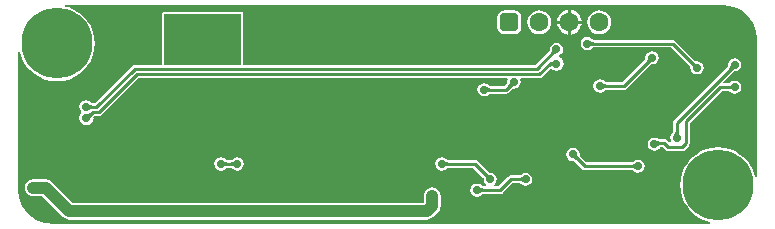
<source format=gbl>
G04*
G04 #@! TF.GenerationSoftware,Altium Limited,Altium Designer,21.9.2 (33)*
G04*
G04 Layer_Physical_Order=2*
G04 Layer_Color=16711680*
%FSLAX44Y44*%
%MOMM*%
G71*
G04*
G04 #@! TF.SameCoordinates,8E8D2D65-0791-42D9-92B5-5118B9BC109D*
G04*
G04*
G04 #@! TF.FilePolarity,Positive*
G04*
G01*
G75*
%ADD10C,0.2500*%
%ADD71C,1.0000*%
%ADD73C,6.0000*%
%ADD74C,1.6000*%
G04:AMPARAMS|DCode=75|XSize=1.6mm|YSize=1.6mm|CornerRadius=0.4mm|HoleSize=0mm|Usage=FLASHONLY|Rotation=0.000|XOffset=0mm|YOffset=0mm|HoleType=Round|Shape=RoundedRectangle|*
%AMROUNDEDRECTD75*
21,1,1.6000,0.8000,0,0,0.0*
21,1,0.8000,1.6000,0,0,0.0*
1,1,0.8000,0.4000,-0.4000*
1,1,0.8000,-0.4000,-0.4000*
1,1,0.8000,-0.4000,0.4000*
1,1,0.8000,0.4000,0.4000*
%
%ADD75ROUNDEDRECTD75*%
%ADD76C,0.7000*%
%ADD77C,1.0000*%
G36*
X1068295Y742120D02*
X1072485Y741114D01*
X1076466Y739465D01*
X1080139Y737214D01*
X1083416Y734415D01*
X1086214Y731139D01*
X1088465Y727466D01*
X1090114Y723485D01*
X1091120Y719295D01*
X1091456Y715024D01*
X1091451Y715000D01*
Y597349D01*
X1090181Y597199D01*
X1089528Y599919D01*
X1087600Y604573D01*
X1084969Y608867D01*
X1081697Y612697D01*
X1077867Y615969D01*
X1073573Y618600D01*
X1068919Y620528D01*
X1064021Y621704D01*
X1059000Y622099D01*
X1053979Y621704D01*
X1049081Y620528D01*
X1044427Y618600D01*
X1040133Y615969D01*
X1036303Y612697D01*
X1033031Y608867D01*
X1030400Y604573D01*
X1028472Y599919D01*
X1027296Y595021D01*
X1026901Y590000D01*
X1027296Y584979D01*
X1028472Y580081D01*
X1030400Y575427D01*
X1033031Y571133D01*
X1036303Y567303D01*
X1040133Y564031D01*
X1044427Y561400D01*
X1049081Y559472D01*
X1051816Y558815D01*
X1051665Y557546D01*
X495270Y557546D01*
X494017Y557546D01*
X494000Y557549D01*
X492767Y557639D01*
X489705Y557880D01*
X485515Y558886D01*
X481535Y560535D01*
X477861Y562786D01*
X474585Y565584D01*
X471786Y568861D01*
X469535Y572534D01*
X467886Y576515D01*
X466880Y580705D01*
X466544Y584976D01*
X466549Y585000D01*
Y702651D01*
X467819Y702801D01*
X468472Y700081D01*
X470400Y695427D01*
X473031Y691133D01*
X476303Y687303D01*
X480133Y684031D01*
X484427Y681400D01*
X489081Y679472D01*
X493979Y678296D01*
X499000Y677901D01*
X504021Y678296D01*
X508919Y679472D01*
X513573Y681400D01*
X517867Y684031D01*
X521697Y687303D01*
X524969Y691133D01*
X527600Y695427D01*
X529528Y700081D01*
X530704Y704979D01*
X531099Y710000D01*
X530704Y715021D01*
X529528Y719919D01*
X527600Y724573D01*
X524969Y728867D01*
X521697Y732697D01*
X517867Y735969D01*
X513573Y738600D01*
X508919Y740528D01*
X506213Y741178D01*
X506364Y742448D01*
X1064000Y742448D01*
X1064036Y742455D01*
X1068295Y742120D01*
D02*
G37*
%LPC*%
G36*
X934250Y738426D02*
Y729250D01*
X943426D01*
X943230Y730741D01*
X942172Y733295D01*
X940489Y735489D01*
X938295Y737172D01*
X935741Y738230D01*
X934250Y738426D01*
D02*
G37*
G36*
X931750D02*
X930259Y738230D01*
X927705Y737172D01*
X925511Y735489D01*
X923828Y733295D01*
X922770Y730741D01*
X922574Y729250D01*
X931750D01*
Y738426D01*
D02*
G37*
G36*
X958400Y738086D02*
X955789Y737743D01*
X953357Y736735D01*
X951268Y735132D01*
X949665Y733043D01*
X948657Y730611D01*
X948314Y728000D01*
X948657Y725389D01*
X949665Y722957D01*
X951268Y720868D01*
X953357Y719265D01*
X955789Y718257D01*
X958400Y717914D01*
X961011Y718257D01*
X963443Y719265D01*
X965532Y720868D01*
X967135Y722957D01*
X968143Y725389D01*
X968486Y728000D01*
X968143Y730611D01*
X967135Y733043D01*
X965532Y735132D01*
X963443Y736735D01*
X961011Y737743D01*
X958400Y738086D01*
D02*
G37*
G36*
X907600D02*
X904989Y737743D01*
X902557Y736735D01*
X900468Y735132D01*
X898865Y733043D01*
X897857Y730611D01*
X897514Y728000D01*
X897857Y725389D01*
X898865Y722957D01*
X900468Y720868D01*
X902557Y719265D01*
X904989Y718257D01*
X907600Y717914D01*
X910210Y718257D01*
X912643Y719265D01*
X914732Y720868D01*
X916335Y722957D01*
X917343Y725389D01*
X917686Y728000D01*
X917343Y730611D01*
X916335Y733043D01*
X914732Y735132D01*
X912643Y736735D01*
X910210Y737743D01*
X907600Y738086D01*
D02*
G37*
G36*
X886200Y738118D02*
X878200D01*
X875859Y737652D01*
X873874Y736326D01*
X872548Y734341D01*
X872083Y732000D01*
Y724000D01*
X872548Y721659D01*
X873874Y719674D01*
X875859Y718348D01*
X878200Y717883D01*
X886200D01*
X888541Y718348D01*
X890526Y719674D01*
X891852Y721659D01*
X892318Y724000D01*
Y732000D01*
X891852Y734341D01*
X890526Y736326D01*
X888541Y737652D01*
X886200Y738118D01*
D02*
G37*
G36*
X943426Y726750D02*
X934250D01*
Y717574D01*
X935741Y717770D01*
X938295Y718828D01*
X940489Y720511D01*
X942172Y722705D01*
X943230Y725259D01*
X943426Y726750D01*
D02*
G37*
G36*
X931750D02*
X922574D01*
X922770Y725259D01*
X923828Y722705D01*
X925511Y720511D01*
X927705Y718828D01*
X930259Y717770D01*
X931750Y717574D01*
Y726750D01*
D02*
G37*
G36*
X1003000Y703608D02*
X1000854Y703181D01*
X999035Y701965D01*
X997819Y700146D01*
X997392Y698000D01*
X997449Y697712D01*
X997438Y697601D01*
X997411Y697451D01*
X997373Y697312D01*
X997325Y697180D01*
X997266Y697052D01*
X997194Y696925D01*
X997107Y696796D01*
X997095Y696781D01*
X977627Y677314D01*
X964037D01*
X964018Y677316D01*
X963865Y677345D01*
X963725Y677384D01*
X963593Y677433D01*
X963465Y677493D01*
X963340Y677564D01*
X963215Y677651D01*
X963128Y677721D01*
X962965Y677965D01*
X961146Y679181D01*
X959000Y679608D01*
X956854Y679181D01*
X955035Y677965D01*
X953819Y676146D01*
X953392Y674000D01*
X953819Y671854D01*
X955035Y670035D01*
X956854Y668819D01*
X959000Y668392D01*
X961146Y668819D01*
X962965Y670035D01*
X963128Y670279D01*
X963215Y670349D01*
X963341Y670436D01*
X963465Y670508D01*
X963592Y670567D01*
X963725Y670616D01*
X963865Y670655D01*
X964018Y670684D01*
X964037Y670686D01*
X979000D01*
X980268Y670939D01*
X981343Y671657D01*
X1001781Y692095D01*
X1001796Y692107D01*
X1001925Y692194D01*
X1002052Y692266D01*
X1002180Y692325D01*
X1002312Y692373D01*
X1002451Y692411D01*
X1002601Y692438D01*
X1002712Y692449D01*
X1003000Y692392D01*
X1005146Y692819D01*
X1006965Y694035D01*
X1008181Y695854D01*
X1008608Y698000D01*
X1008181Y700146D01*
X1006965Y701965D01*
X1005146Y703181D01*
X1003000Y703608D01*
D02*
G37*
G36*
X655000Y737039D02*
X590000D01*
X589220Y736884D01*
X588558Y736442D01*
X588116Y735780D01*
X587961Y735000D01*
Y691975D01*
X564907D01*
X563639Y691723D01*
X562564Y691005D01*
X531146Y659587D01*
X528764D01*
X528745Y659589D01*
X528592Y659618D01*
X528452Y659657D01*
X528320Y659706D01*
X528192Y659765D01*
X528067Y659837D01*
X527942Y659924D01*
X527855Y659994D01*
X527692Y660238D01*
X525873Y661454D01*
X523727Y661881D01*
X521581Y661454D01*
X519762Y660238D01*
X518546Y658419D01*
X518119Y656273D01*
X518546Y654127D01*
X519460Y652758D01*
X519645Y651355D01*
X518310Y649357D01*
X517842Y647000D01*
X518310Y644643D01*
X519645Y642645D01*
X521643Y641311D01*
X524000Y640842D01*
X526357Y641311D01*
X528355Y642645D01*
X529689Y644643D01*
X530158Y647000D01*
X530055Y647520D01*
X530891Y648459D01*
X534382D01*
X535650Y648712D01*
X536725Y649430D01*
X568144Y680848D01*
X880334D01*
X880933Y679728D01*
X880819Y679558D01*
X880392Y677412D01*
X880450Y677124D01*
X880438Y677013D01*
X880411Y676863D01*
X880373Y676724D01*
X880325Y676592D01*
X880266Y676464D01*
X880194Y676337D01*
X880107Y676208D01*
X880095Y676193D01*
X878122Y674220D01*
X865812D01*
X865793Y674222D01*
X865640Y674252D01*
X865500Y674291D01*
X865368Y674340D01*
X865240Y674399D01*
X865116Y674471D01*
X864990Y674558D01*
X864903Y674628D01*
X864740Y674872D01*
X862921Y676087D01*
X860775Y676514D01*
X858629Y676087D01*
X856810Y674872D01*
X855594Y673053D01*
X855167Y670907D01*
X855594Y668761D01*
X856810Y666941D01*
X858629Y665726D01*
X860775Y665299D01*
X862921Y665726D01*
X864740Y666941D01*
X864903Y667185D01*
X864990Y667256D01*
X865116Y667342D01*
X865240Y667414D01*
X865368Y667474D01*
X865500Y667523D01*
X865640Y667562D01*
X865793Y667591D01*
X865812Y667593D01*
X879495D01*
X880763Y667845D01*
X881838Y668564D01*
X884781Y671507D01*
X884796Y671519D01*
X884925Y671606D01*
X885052Y671678D01*
X885180Y671737D01*
X885312Y671785D01*
X885451Y671822D01*
X885601Y671850D01*
X885712Y671861D01*
X886000Y671804D01*
X888146Y672231D01*
X889965Y673447D01*
X891181Y675266D01*
X891608Y677412D01*
X891181Y679558D01*
X891067Y679728D01*
X891666Y680848D01*
X907600D01*
X908868Y681100D01*
X909943Y681819D01*
X916848Y688724D01*
X917645Y688645D01*
X919643Y687310D01*
X922000Y686842D01*
X924357Y687310D01*
X926355Y688645D01*
X927690Y690643D01*
X928158Y693000D01*
X927690Y695357D01*
X926355Y697355D01*
X924462Y698619D01*
X924363Y698994D01*
X924385Y699979D01*
X925965Y701035D01*
X927181Y702854D01*
X927608Y705000D01*
X927181Y707146D01*
X925965Y708965D01*
X924146Y710181D01*
X922000Y710608D01*
X919854Y710181D01*
X918035Y708965D01*
X916819Y707146D01*
X916392Y705000D01*
X916450Y704712D01*
X916438Y704601D01*
X916411Y704451D01*
X916373Y704312D01*
X916325Y704180D01*
X916266Y704052D01*
X916194Y703925D01*
X916107Y703796D01*
X916095Y703781D01*
X904289Y691975D01*
X657039D01*
Y735000D01*
X656884Y735780D01*
X656442Y736442D01*
X655780Y736884D01*
X655000Y737039D01*
D02*
G37*
G36*
X1073000Y697608D02*
X1070854Y697181D01*
X1069035Y695965D01*
X1067819Y694146D01*
X1067392Y692000D01*
X1067449Y691712D01*
X1067438Y691601D01*
X1067411Y691451D01*
X1067373Y691312D01*
X1067325Y691180D01*
X1067266Y691052D01*
X1067194Y690925D01*
X1067107Y690796D01*
X1067095Y690781D01*
X1021657Y645343D01*
X1020939Y644268D01*
X1020686Y643000D01*
Y635037D01*
X1020684Y635018D01*
X1020655Y634865D01*
X1020616Y634725D01*
X1020567Y634593D01*
X1020508Y634465D01*
X1020436Y634340D01*
X1020349Y634215D01*
X1020279Y634128D01*
X1020035Y633965D01*
X1018819Y632146D01*
X1018392Y630000D01*
X1018819Y627854D01*
X1019015Y627561D01*
X1018392Y626207D01*
X1017700Y626123D01*
X1015843Y627979D01*
X1014768Y628698D01*
X1013500Y628950D01*
X1011429D01*
X1011359Y628936D01*
X1009465D01*
X1009268Y628963D01*
X1009068Y629003D01*
X1008870Y629053D01*
X1008674Y629116D01*
X1008502Y629181D01*
X1008057Y629392D01*
X1007836Y629519D01*
X1007722Y629558D01*
X1007146Y629942D01*
X1005000Y630369D01*
X1002854Y629942D01*
X1001035Y628727D01*
X999819Y626907D01*
X999392Y624761D01*
X999819Y622615D01*
X1001035Y620796D01*
X1002854Y619580D01*
X1005000Y619154D01*
X1007146Y619580D01*
X1008965Y620796D01*
X1009612Y621764D01*
X1009736Y621891D01*
X1009847Y622063D01*
X1009898Y622126D01*
X1009943Y622170D01*
X1009984Y622203D01*
X1010029Y622230D01*
X1010086Y622257D01*
X1010164Y622283D01*
X1010269Y622307D01*
X1010282Y622309D01*
X1011415D01*
X1011485Y622323D01*
X1012128D01*
X1014546Y619904D01*
X1015621Y619186D01*
X1016889Y618934D01*
X1028412D01*
X1029680Y619186D01*
X1030755Y619904D01*
X1033873Y623022D01*
X1034591Y624097D01*
X1034843Y625365D01*
Y642783D01*
X1061996Y669936D01*
X1068432D01*
X1069035Y669035D01*
X1070854Y667819D01*
X1073000Y667392D01*
X1075146Y667819D01*
X1076965Y669035D01*
X1078181Y670854D01*
X1078608Y673000D01*
X1078181Y675146D01*
X1076965Y676965D01*
X1075146Y678181D01*
X1073000Y678608D01*
X1070854Y678181D01*
X1069035Y676965D01*
X1068766Y676564D01*
X1063909D01*
X1063423Y677737D01*
X1071781Y686095D01*
X1071796Y686107D01*
X1071925Y686194D01*
X1072052Y686266D01*
X1072180Y686325D01*
X1072312Y686373D01*
X1072451Y686411D01*
X1072601Y686438D01*
X1072712Y686450D01*
X1073000Y686392D01*
X1075146Y686819D01*
X1076965Y688035D01*
X1078181Y689854D01*
X1078608Y692000D01*
X1078181Y694146D01*
X1076965Y695965D01*
X1075146Y697181D01*
X1073000Y697608D01*
D02*
G37*
G36*
X948050Y715558D02*
X945904Y715131D01*
X944085Y713915D01*
X942869Y712096D01*
X942442Y709950D01*
X942869Y707804D01*
X944085Y705985D01*
X945904Y704769D01*
X948050Y704342D01*
X950196Y704769D01*
X952015Y705985D01*
X952178Y706229D01*
X952265Y706299D01*
X952391Y706386D01*
X952515Y706458D01*
X952642Y706517D01*
X952775Y706566D01*
X952915Y706605D01*
X953068Y706634D01*
X953087Y706636D01*
X1019043D01*
X1035077Y690602D01*
X1035088Y690588D01*
X1035176Y690459D01*
X1035247Y690332D01*
X1035306Y690204D01*
X1035354Y690072D01*
X1035392Y689933D01*
X1035419Y689783D01*
X1035431Y689672D01*
X1035374Y689384D01*
X1035800Y687238D01*
X1037016Y685419D01*
X1038835Y684203D01*
X1040981Y683776D01*
X1043127Y684203D01*
X1044947Y685419D01*
X1046162Y687238D01*
X1046589Y689384D01*
X1046162Y691530D01*
X1044947Y693349D01*
X1043127Y694565D01*
X1040981Y694992D01*
X1040693Y694934D01*
X1040583Y694946D01*
X1040433Y694974D01*
X1040293Y695011D01*
X1040161Y695059D01*
X1040033Y695118D01*
X1039906Y695190D01*
X1039778Y695277D01*
X1039763Y695289D01*
X1022758Y712293D01*
X1021683Y713011D01*
X1020415Y713264D01*
X953087D01*
X953068Y713266D01*
X952915Y713295D01*
X952775Y713334D01*
X952643Y713383D01*
X952515Y713443D01*
X952390Y713514D01*
X952265Y713601D01*
X952178Y713671D01*
X952015Y713915D01*
X950196Y715131D01*
X948050Y715558D01*
D02*
G37*
G36*
X651750Y613608D02*
X649604Y613181D01*
X647785Y611965D01*
X647622Y611721D01*
X647535Y611651D01*
X647410Y611564D01*
X647285Y611493D01*
X647158Y611433D01*
X647025Y611384D01*
X646885Y611345D01*
X646732Y611316D01*
X646713Y611314D01*
X643037D01*
X643018Y611316D01*
X642865Y611345D01*
X642725Y611384D01*
X642592Y611433D01*
X642465Y611493D01*
X642340Y611564D01*
X642215Y611651D01*
X642128Y611721D01*
X641965Y611965D01*
X640146Y613181D01*
X638000Y613608D01*
X635854Y613181D01*
X634035Y611965D01*
X632819Y610146D01*
X632392Y608000D01*
X632819Y605854D01*
X634035Y604035D01*
X635854Y602819D01*
X638000Y602392D01*
X640146Y602819D01*
X641965Y604035D01*
X642128Y604279D01*
X642215Y604349D01*
X642340Y604436D01*
X642465Y604507D01*
X642592Y604567D01*
X642725Y604616D01*
X642865Y604655D01*
X643018Y604684D01*
X643037Y604686D01*
X646713D01*
X646732Y604684D01*
X646885Y604655D01*
X647025Y604616D01*
X647158Y604567D01*
X647285Y604507D01*
X647410Y604436D01*
X647535Y604349D01*
X647622Y604279D01*
X647785Y604035D01*
X649604Y602819D01*
X651750Y602392D01*
X653896Y602819D01*
X655715Y604035D01*
X656931Y605854D01*
X657358Y608000D01*
X656931Y610146D01*
X655715Y611965D01*
X653896Y613181D01*
X651750Y613608D01*
D02*
G37*
G36*
X936000Y621608D02*
X933854Y621181D01*
X932035Y619965D01*
X930819Y618146D01*
X930392Y616000D01*
X930819Y613854D01*
X932035Y612035D01*
X933854Y610819D01*
X936000Y610392D01*
X936288Y610449D01*
X936399Y610438D01*
X936549Y610411D01*
X936688Y610373D01*
X936820Y610325D01*
X936948Y610266D01*
X937075Y610194D01*
X937204Y610107D01*
X937219Y610095D01*
X943657Y603657D01*
X944732Y602939D01*
X946000Y602686D01*
X985963D01*
X985982Y602684D01*
X986135Y602655D01*
X986275Y602616D01*
X986408Y602567D01*
X986535Y602508D01*
X986660Y602436D01*
X986785Y602349D01*
X986872Y602279D01*
X987035Y602035D01*
X988854Y600819D01*
X991000Y600392D01*
X993146Y600819D01*
X994965Y602035D01*
X996181Y603854D01*
X996608Y606000D01*
X996181Y608146D01*
X994965Y609965D01*
X993146Y611181D01*
X991000Y611608D01*
X988854Y611181D01*
X987035Y609965D01*
X986872Y609721D01*
X986785Y609651D01*
X986659Y609564D01*
X986535Y609492D01*
X986408Y609433D01*
X986275Y609384D01*
X986135Y609345D01*
X985982Y609316D01*
X985963Y609314D01*
X947373D01*
X941905Y614781D01*
X941893Y614796D01*
X941806Y614925D01*
X941734Y615052D01*
X941675Y615180D01*
X941627Y615312D01*
X941590Y615451D01*
X941562Y615601D01*
X941551Y615712D01*
X941608Y616000D01*
X941181Y618146D01*
X939965Y619965D01*
X938146Y621181D01*
X936000Y621608D01*
D02*
G37*
G36*
X825000Y613608D02*
X822854Y613181D01*
X821035Y611965D01*
X819819Y610146D01*
X819392Y608000D01*
X819819Y605854D01*
X821035Y604035D01*
X822854Y602819D01*
X825000Y602392D01*
X827146Y602819D01*
X828965Y604035D01*
X829128Y604279D01*
X829215Y604349D01*
X829341Y604436D01*
X829465Y604507D01*
X829592Y604567D01*
X829725Y604616D01*
X829865Y604655D01*
X830018Y604684D01*
X830037Y604686D01*
X851628D01*
X860095Y596219D01*
X860107Y596204D01*
X860194Y596075D01*
X860266Y595948D01*
X860325Y595820D01*
X860373Y595688D01*
X860411Y595549D01*
X860438Y595399D01*
X860450Y595288D01*
X860392Y595000D01*
X860819Y592854D01*
X862035Y591035D01*
X862710Y590584D01*
X862325Y589314D01*
X859740D01*
X859722Y589316D01*
X859559Y589345D01*
X859406Y589385D01*
X859260Y589436D01*
X859117Y589499D01*
X858977Y589574D01*
X858840Y589661D01*
X858754Y589791D01*
X856934Y591006D01*
X854788Y591433D01*
X852642Y591006D01*
X850823Y589791D01*
X849607Y587971D01*
X849181Y585825D01*
X849607Y583679D01*
X850823Y581860D01*
X852642Y580644D01*
X854788Y580218D01*
X856934Y580644D01*
X858754Y581860D01*
X858976Y582194D01*
X859048Y582269D01*
X859161Y582368D01*
X859270Y582450D01*
X859379Y582517D01*
X859491Y582572D01*
X859608Y582618D01*
X859736Y582655D01*
X859878Y582684D01*
X859898Y582686D01*
X874312D01*
X875581Y582939D01*
X876656Y583657D01*
X884685Y591686D01*
X890963D01*
X890982Y591684D01*
X891135Y591655D01*
X891275Y591616D01*
X891408Y591567D01*
X891535Y591507D01*
X891660Y591436D01*
X891785Y591349D01*
X891872Y591279D01*
X892035Y591035D01*
X893854Y589819D01*
X896000Y589392D01*
X898146Y589819D01*
X899965Y591035D01*
X901181Y592854D01*
X901608Y595000D01*
X901181Y597146D01*
X899965Y598965D01*
X898146Y600181D01*
X896000Y600608D01*
X893854Y600181D01*
X892035Y598965D01*
X891872Y598721D01*
X891785Y598651D01*
X891660Y598564D01*
X891535Y598493D01*
X891408Y598433D01*
X891275Y598384D01*
X891135Y598345D01*
X890982Y598316D01*
X890963Y598314D01*
X883312D01*
X882044Y598061D01*
X880969Y597343D01*
X872940Y589314D01*
X869675D01*
X869290Y590584D01*
X869965Y591035D01*
X871181Y592854D01*
X871608Y595000D01*
X871181Y597146D01*
X869965Y598965D01*
X868146Y600181D01*
X866000Y600608D01*
X865712Y600550D01*
X865601Y600562D01*
X865451Y600589D01*
X865312Y600627D01*
X865180Y600675D01*
X865052Y600734D01*
X864925Y600806D01*
X864796Y600893D01*
X864781Y600905D01*
X855343Y610343D01*
X854268Y611061D01*
X853000Y611314D01*
X830037D01*
X830018Y611316D01*
X829865Y611345D01*
X829725Y611384D01*
X829592Y611433D01*
X829465Y611493D01*
X829340Y611564D01*
X829215Y611651D01*
X829128Y611721D01*
X828965Y611965D01*
X827146Y613181D01*
X825000Y613608D01*
D02*
G37*
G36*
X490000Y595060D02*
X479000D01*
X477173Y594820D01*
X475470Y594114D01*
X474007Y592992D01*
X472886Y591530D01*
X472180Y589827D01*
X471940Y588000D01*
X472180Y586173D01*
X472886Y584470D01*
X474007Y583008D01*
X475470Y581885D01*
X477173Y581180D01*
X479000Y580940D01*
X486534D01*
X504466Y563008D01*
X505929Y561885D01*
X507631Y561180D01*
X509459Y560940D01*
X812314D01*
X814141Y561180D01*
X815844Y561885D01*
X817306Y563008D01*
X817306Y563008D01*
X821992Y567694D01*
X823114Y569156D01*
X823820Y570859D01*
X824060Y572686D01*
Y581000D01*
X823820Y582827D01*
X823114Y584530D01*
X821992Y585993D01*
X820530Y587114D01*
X818827Y587820D01*
X817000Y588060D01*
X815173Y587820D01*
X813470Y587114D01*
X812008Y585993D01*
X810885Y584530D01*
X810180Y582827D01*
X809940Y581000D01*
Y575611D01*
X809389Y575060D01*
X512383D01*
X496257Y591187D01*
X496115Y591530D01*
X494992Y592992D01*
X493530Y594114D01*
X491827Y594820D01*
X490000Y595060D01*
D02*
G37*
%LPD*%
G36*
X1002965Y694500D02*
X1002634Y694491D01*
X1002312Y694458D01*
X1002000Y694401D01*
X1001698Y694319D01*
X1001405Y694213D01*
X1001123Y694083D01*
X1000849Y693929D01*
X1000586Y693750D01*
X1000332Y693547D01*
X1000087Y693319D01*
X998319Y695087D01*
X998547Y695332D01*
X998750Y695586D01*
X998929Y695849D01*
X999083Y696123D01*
X999213Y696405D01*
X999319Y696698D01*
X999401Y697000D01*
X999458Y697312D01*
X999491Y697634D01*
X999500Y697965D01*
X1002965Y694500D01*
D02*
G37*
G36*
X961740Y676222D02*
X961991Y676018D01*
X962252Y675838D01*
X962523Y675682D01*
X962805Y675550D01*
X963097Y675442D01*
X963400Y675358D01*
X963712Y675298D01*
X964036Y675262D01*
X964369Y675250D01*
Y672750D01*
X964036Y672738D01*
X963712Y672702D01*
X963400Y672642D01*
X963097Y672558D01*
X962805Y672450D01*
X962523Y672318D01*
X962252Y672162D01*
X961991Y671982D01*
X961740Y671778D01*
X961499Y671550D01*
Y676450D01*
X961740Y676222D01*
D02*
G37*
G36*
X921965Y701500D02*
X921634Y701491D01*
X921312Y701458D01*
X921000Y701401D01*
X920698Y701319D01*
X920405Y701213D01*
X920123Y701083D01*
X919849Y700929D01*
X919586Y700750D01*
X919332Y700547D01*
X919087Y700320D01*
X917320Y702087D01*
X917547Y702332D01*
X917750Y702586D01*
X917929Y702849D01*
X918083Y703122D01*
X918213Y703406D01*
X918319Y703698D01*
X918401Y704000D01*
X918458Y704312D01*
X918491Y704634D01*
X918500Y704965D01*
X921965Y701500D01*
D02*
G37*
G36*
X655000Y691975D02*
X590000D01*
Y735000D01*
X655000D01*
Y691975D01*
D02*
G37*
G36*
X919458Y690594D02*
X919233Y690814D01*
X918995Y691011D01*
X918744Y691184D01*
X918481Y691334D01*
X918204Y691461D01*
X917915Y691565D01*
X917613Y691646D01*
X917299Y691704D01*
X916971Y691739D01*
X916631Y691750D01*
Y694250D01*
X916971Y694262D01*
X917299Y694296D01*
X917613Y694354D01*
X917915Y694435D01*
X918204Y694539D01*
X918481Y694666D01*
X918744Y694816D01*
X918995Y694989D01*
X919233Y695186D01*
X919458Y695406D01*
Y690594D01*
D02*
G37*
G36*
X885965Y673912D02*
X885634Y673903D01*
X885312Y673870D01*
X885000Y673813D01*
X884698Y673731D01*
X884405Y673625D01*
X884122Y673495D01*
X883849Y673341D01*
X883586Y673162D01*
X883332Y672959D01*
X883087Y672731D01*
X881320Y674499D01*
X881547Y674743D01*
X881750Y674997D01*
X881929Y675261D01*
X882083Y675534D01*
X882213Y675817D01*
X882319Y676110D01*
X882401Y676412D01*
X882458Y676724D01*
X882491Y677046D01*
X882500Y677377D01*
X885965Y673912D01*
D02*
G37*
G36*
X863515Y673129D02*
X863766Y672925D01*
X864027Y672745D01*
X864298Y672589D01*
X864580Y672457D01*
X864872Y672349D01*
X865175Y672265D01*
X865488Y672205D01*
X865811Y672169D01*
X866144Y672157D01*
Y669657D01*
X865811Y669645D01*
X865488Y669609D01*
X865175Y669549D01*
X864872Y669465D01*
X864580Y669357D01*
X864298Y669225D01*
X864027Y669069D01*
X863766Y668889D01*
X863515Y668685D01*
X863275Y668457D01*
Y673357D01*
X863515Y673129D01*
D02*
G37*
G36*
X526467Y658495D02*
X526718Y658291D01*
X526979Y658111D01*
X527250Y657955D01*
X527532Y657823D01*
X527824Y657715D01*
X528127Y657631D01*
X528439Y657571D01*
X528763Y657535D01*
X529096Y657523D01*
Y655023D01*
X528763Y655011D01*
X528439Y654975D01*
X528127Y654915D01*
X527824Y654831D01*
X527532Y654723D01*
X527250Y654591D01*
X526979Y654435D01*
X526718Y654255D01*
X526467Y654051D01*
X526227Y653823D01*
Y658723D01*
X526467Y658495D01*
D02*
G37*
G36*
X528866Y649391D02*
X528641Y649152D01*
X528435Y648902D01*
X528248Y648642D01*
X528080Y648372D01*
X527931Y648092D01*
X527801Y647801D01*
X527690Y647500D01*
X527597Y647188D01*
X527524Y646867D01*
X527469Y646535D01*
X524535Y650459D01*
X524854Y650424D01*
X525165Y650418D01*
X525468Y650442D01*
X525763Y650495D01*
X526051Y650578D01*
X526331Y650690D01*
X526603Y650831D01*
X526867Y651002D01*
X527123Y651203D01*
X527372Y651433D01*
X528866Y649391D01*
D02*
G37*
G36*
X1072965Y688500D02*
X1072634Y688491D01*
X1072312Y688458D01*
X1072000Y688401D01*
X1071698Y688319D01*
X1071405Y688213D01*
X1071123Y688083D01*
X1070849Y687929D01*
X1070586Y687750D01*
X1070332Y687547D01*
X1070087Y687319D01*
X1068319Y689087D01*
X1068547Y689332D01*
X1068750Y689586D01*
X1068929Y689849D01*
X1069083Y690123D01*
X1069213Y690405D01*
X1069319Y690698D01*
X1069401Y691000D01*
X1069458Y691312D01*
X1069491Y691634D01*
X1069500Y691965D01*
X1072965Y688500D01*
D02*
G37*
G36*
X1025262Y635036D02*
X1025298Y634712D01*
X1025358Y634400D01*
X1025442Y634097D01*
X1025550Y633805D01*
X1025682Y633523D01*
X1025838Y633252D01*
X1026018Y632991D01*
X1026222Y632740D01*
X1026450Y632500D01*
X1021550D01*
X1021778Y632740D01*
X1021982Y632991D01*
X1022162Y633252D01*
X1022318Y633523D01*
X1022450Y633805D01*
X1022558Y634097D01*
X1022642Y634400D01*
X1022702Y634712D01*
X1022738Y635036D01*
X1022750Y635369D01*
X1025250D01*
X1025262Y635036D01*
D02*
G37*
G36*
X1007111Y627584D02*
X1007703Y627303D01*
X1008004Y627189D01*
X1008309Y627092D01*
X1008618Y627013D01*
X1008931Y626951D01*
X1009248Y626908D01*
X1009568Y626881D01*
X1009892Y626872D01*
X1010578Y624372D01*
X1010237Y624359D01*
X1009914Y624318D01*
X1009611Y624249D01*
X1009327Y624153D01*
X1009062Y624030D01*
X1008817Y623879D01*
X1008590Y623701D01*
X1008383Y623495D01*
X1008195Y623262D01*
X1008025Y623002D01*
X1006820Y627751D01*
X1007111Y627584D01*
D02*
G37*
G36*
X950790Y712172D02*
X951041Y711968D01*
X951302Y711788D01*
X951573Y711632D01*
X951855Y711500D01*
X952147Y711392D01*
X952450Y711308D01*
X952763Y711248D01*
X953086Y711212D01*
X953419Y711200D01*
Y708700D01*
X953086Y708688D01*
X952763Y708652D01*
X952450Y708592D01*
X952147Y708508D01*
X951855Y708400D01*
X951573Y708268D01*
X951302Y708112D01*
X951041Y707932D01*
X950790Y707728D01*
X950549Y707500D01*
Y712400D01*
X950790Y712172D01*
D02*
G37*
G36*
X1038313Y693837D02*
X1038567Y693634D01*
X1038830Y693455D01*
X1039104Y693301D01*
X1039387Y693171D01*
X1039679Y693065D01*
X1039982Y692983D01*
X1040293Y692926D01*
X1040615Y692893D01*
X1040946Y692884D01*
X1037481Y689419D01*
X1037473Y689750D01*
X1037439Y690072D01*
X1037382Y690384D01*
X1037300Y690686D01*
X1037195Y690979D01*
X1037064Y691262D01*
X1036910Y691535D01*
X1036731Y691798D01*
X1036528Y692052D01*
X1036301Y692297D01*
X1038068Y694064D01*
X1038313Y693837D01*
D02*
G37*
G36*
X649250Y605550D02*
X649010Y605778D01*
X648759Y605982D01*
X648498Y606162D01*
X648227Y606318D01*
X647945Y606450D01*
X647653Y606558D01*
X647350Y606642D01*
X647038Y606702D01*
X646714Y606738D01*
X646381Y606750D01*
Y609250D01*
X646714Y609262D01*
X647038Y609298D01*
X647350Y609358D01*
X647653Y609442D01*
X647945Y609550D01*
X648227Y609682D01*
X648498Y609838D01*
X648759Y610018D01*
X649010Y610222D01*
X649250Y610450D01*
Y605550D01*
D02*
G37*
G36*
X640740Y610222D02*
X640991Y610018D01*
X641252Y609838D01*
X641523Y609682D01*
X641805Y609550D01*
X642097Y609442D01*
X642400Y609358D01*
X642712Y609298D01*
X643036Y609262D01*
X643369Y609250D01*
Y606750D01*
X643036Y606738D01*
X642712Y606702D01*
X642400Y606642D01*
X642097Y606558D01*
X641805Y606450D01*
X641523Y606318D01*
X641252Y606162D01*
X640991Y605982D01*
X640740Y605778D01*
X640499Y605550D01*
Y610450D01*
X640740Y610222D01*
D02*
G37*
G36*
X939509Y615634D02*
X939542Y615312D01*
X939599Y615000D01*
X939681Y614698D01*
X939787Y614406D01*
X939917Y614123D01*
X940071Y613849D01*
X940250Y613586D01*
X940453Y613332D01*
X940680Y613087D01*
X938913Y611320D01*
X938668Y611547D01*
X938414Y611750D01*
X938151Y611929D01*
X937878Y612083D01*
X937595Y612213D01*
X937302Y612319D01*
X937000Y612401D01*
X936688Y612458D01*
X936366Y612491D01*
X936035Y612500D01*
X939500Y615965D01*
X939509Y615634D01*
D02*
G37*
G36*
X988501Y603550D02*
X988260Y603778D01*
X988009Y603982D01*
X987748Y604162D01*
X987477Y604318D01*
X987195Y604450D01*
X986903Y604558D01*
X986600Y604642D01*
X986288Y604702D01*
X985964Y604738D01*
X985631Y604750D01*
Y607250D01*
X985964Y607262D01*
X986288Y607298D01*
X986600Y607358D01*
X986903Y607442D01*
X987195Y607550D01*
X987477Y607682D01*
X987748Y607838D01*
X988009Y608018D01*
X988260Y608222D01*
X988501Y608450D01*
Y603550D01*
D02*
G37*
G36*
X827740Y610222D02*
X827991Y610018D01*
X828252Y609838D01*
X828523Y609682D01*
X828805Y609550D01*
X829097Y609442D01*
X829400Y609358D01*
X829713Y609298D01*
X830036Y609262D01*
X830369Y609250D01*
Y606750D01*
X830036Y606738D01*
X829713Y606702D01*
X829400Y606642D01*
X829097Y606558D01*
X828805Y606450D01*
X828523Y606318D01*
X828252Y606162D01*
X827991Y605982D01*
X827740Y605778D01*
X827499Y605550D01*
Y610450D01*
X827740Y610222D01*
D02*
G37*
G36*
X863332Y599453D02*
X863586Y599250D01*
X863849Y599071D01*
X864122Y598917D01*
X864405Y598787D01*
X864698Y598681D01*
X865000Y598599D01*
X865312Y598542D01*
X865634Y598509D01*
X865965Y598500D01*
X862500Y595035D01*
X862491Y595366D01*
X862458Y595688D01*
X862401Y596000D01*
X862319Y596302D01*
X862213Y596595D01*
X862083Y596878D01*
X861929Y597151D01*
X861750Y597414D01*
X861547Y597668D01*
X861320Y597913D01*
X863087Y599680D01*
X863332Y599453D01*
D02*
G37*
G36*
X893501Y592550D02*
X893260Y592778D01*
X893009Y592982D01*
X892748Y593162D01*
X892477Y593318D01*
X892195Y593450D01*
X891903Y593558D01*
X891600Y593642D01*
X891288Y593702D01*
X890964Y593738D01*
X890631Y593750D01*
Y596250D01*
X890964Y596262D01*
X891288Y596298D01*
X891600Y596358D01*
X891903Y596442D01*
X892195Y596550D01*
X892477Y596682D01*
X892748Y596838D01*
X893009Y597018D01*
X893260Y597222D01*
X893501Y597450D01*
Y592550D01*
D02*
G37*
G36*
X857415Y588179D02*
X857677Y587984D01*
X857947Y587812D01*
X858226Y587663D01*
X858514Y587537D01*
X858811Y587434D01*
X859116Y587353D01*
X859430Y587296D01*
X859753Y587262D01*
X860085Y587250D01*
X860219Y584750D01*
X859884Y584738D01*
X859560Y584700D01*
X859249Y584638D01*
X858950Y584551D01*
X858663Y584438D01*
X858388Y584301D01*
X858124Y584139D01*
X857873Y583952D01*
X857634Y583740D01*
X857407Y583503D01*
X857162Y588397D01*
X857415Y588179D01*
D02*
G37*
D10*
X1031529Y625365D02*
Y644156D01*
X1060623Y673250D02*
X1072750D01*
X1031529Y644156D02*
X1060623Y673250D01*
X1024000Y630000D02*
Y643000D01*
X1073000Y692000D01*
X1028412Y622248D02*
X1031529Y625365D01*
X1016889Y622248D02*
X1028412D01*
X946000Y606000D02*
X991000D01*
X936000Y616000D02*
X946000Y606000D01*
X1072750Y673250D02*
X1073000Y673000D01*
X1013500Y625636D02*
X1016889Y622248D01*
X1011429Y625636D02*
X1013500D01*
X1011415Y625622D02*
X1011429Y625636D01*
X1005861Y625622D02*
X1011415D01*
X1005000Y624761D02*
X1005861Y625622D01*
X566771Y684162D02*
X907600D01*
X916438Y693000D01*
X905662Y688662D02*
X922000Y705000D01*
X564907Y688662D02*
X905662D01*
X916438Y693000D02*
X922000D01*
X532518Y656273D02*
X564907Y688662D01*
X534382Y651773D02*
X566771Y684162D01*
X529480Y651773D02*
X534382D01*
X523727Y656273D02*
X532518D01*
X524707Y647000D02*
X529480Y651773D01*
X524000Y647000D02*
X524707D01*
X879495Y670907D02*
X886000Y677412D01*
X860775Y670907D02*
X879495D01*
X638000Y608000D02*
X651750D01*
X854788Y586000D02*
X874312D01*
X883312Y595000D01*
X896000D01*
X853000Y608000D02*
X866000Y595000D01*
X825000Y608000D02*
X853000D01*
X1020415Y709950D02*
X1040981Y689384D01*
X948050Y709950D02*
X1020415D01*
X959000Y674000D02*
X979000D01*
X1003000Y698000D01*
D71*
X509459Y568000D02*
X812314D01*
X490000Y587459D02*
X509459Y568000D01*
X817000Y572686D02*
Y575000D01*
Y581000D01*
X812314Y568000D02*
X817000Y572686D01*
X490000Y587459D02*
Y588000D01*
X479000D02*
X490000D01*
D73*
X1059000Y590000D02*
D03*
X499000Y710000D02*
D03*
D74*
X958400Y728000D02*
D03*
X933000D02*
D03*
X907600D02*
D03*
D75*
X882200D02*
D03*
D76*
X1024727Y615273D02*
D03*
X507000Y651000D02*
D03*
X537462Y637026D02*
D03*
X1005500Y615000D02*
D03*
X991000Y581000D02*
D03*
Y606000D02*
D03*
X969000Y577000D02*
D03*
Y593000D02*
D03*
X1073000Y692000D02*
D03*
Y673000D02*
D03*
X1024000Y630000D02*
D03*
X1005000Y624761D02*
D03*
X617350Y696000D02*
D03*
X607350D02*
D03*
X627350D02*
D03*
X637350D02*
D03*
X617350Y714403D02*
D03*
X607350D02*
D03*
X627350D02*
D03*
X637350D02*
D03*
Y705000D02*
D03*
X607350D02*
D03*
X627350D02*
D03*
X617350D02*
D03*
X886000Y677412D02*
D03*
X860775Y670907D02*
D03*
X616000Y656278D02*
D03*
X651750Y608000D02*
D03*
X638000D02*
D03*
X629350Y677000D02*
D03*
X617000D02*
D03*
X604000D02*
D03*
X830000Y667750D02*
D03*
X523727Y656273D02*
D03*
X898000Y673000D02*
D03*
X922000Y705000D02*
D03*
X867000Y641000D02*
D03*
X524000Y647000D02*
D03*
X934047Y634464D02*
D03*
X479000Y588000D02*
D03*
X524000Y600000D02*
D03*
X568000Y601000D02*
D03*
Y635000D02*
D03*
X854788Y585825D02*
D03*
X896000Y595000D02*
D03*
X865788Y577825D02*
D03*
X676000Y586000D02*
D03*
X722000D02*
D03*
X769000D02*
D03*
X817000Y594000D02*
D03*
Y575000D02*
D03*
Y581000D02*
D03*
X825000Y608000D02*
D03*
X866000Y595000D02*
D03*
X946000Y695000D02*
D03*
X922000Y693000D02*
D03*
X934000Y648000D02*
D03*
X936000Y616000D02*
D03*
X1003000Y698000D02*
D03*
X1040981Y689384D02*
D03*
X948050Y709950D02*
D03*
X490000Y613000D02*
D03*
X479000D02*
D03*
X959000Y674000D02*
D03*
X867000Y633000D02*
D03*
X490000Y588000D02*
D03*
D77*
X1042835Y606164D02*
D03*
X1036140Y590000D02*
D03*
X1042835Y573835D02*
D03*
X1059000Y567140D02*
D03*
X1075164Y573835D02*
D03*
X1081860Y590000D02*
D03*
X1075164Y606164D02*
D03*
X1059000Y612860D02*
D03*
X482836Y726164D02*
D03*
X476140Y710000D02*
D03*
X482836Y693836D02*
D03*
X499000Y687140D02*
D03*
X515164Y693836D02*
D03*
X521860Y710000D02*
D03*
X515164Y726164D02*
D03*
X499000Y732860D02*
D03*
M02*

</source>
